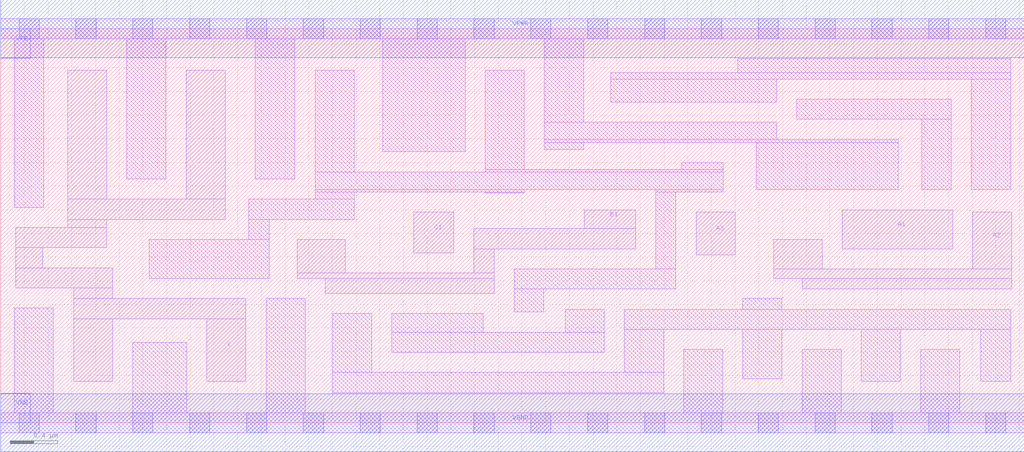
<source format=lef>
# Copyright 2020 The SkyWater PDK Authors
#
# Licensed under the Apache License, Version 2.0 (the "License");
# you may not use this file except in compliance with the License.
# You may obtain a copy of the License at
#
#     https://www.apache.org/licenses/LICENSE-2.0
#
# Unless required by applicable law or agreed to in writing, software
# distributed under the License is distributed on an "AS IS" BASIS,
# WITHOUT WARRANTIES OR CONDITIONS OF ANY KIND, either express or implied.
# See the License for the specific language governing permissions and
# limitations under the License.
#
# SPDX-License-Identifier: Apache-2.0

VERSION 5.5 ;
NAMESCASESENSITIVE ON ;
BUSBITCHARS "[]" ;
DIVIDERCHAR "/" ;
MACRO sky130_fd_sc_ms__o311a_4
  CLASS CORE ;
  SOURCE USER ;
  ORIGIN  0.000000  0.000000 ;
  SIZE  8.640000 BY  3.330000 ;
  SYMMETRY X Y ;
  SITE unit ;
  PIN A1
    ANTENNAGATEAREA  0.492000 ;
    DIRECTION INPUT ;
    USE SIGNAL ;
    PORT
      LAYER li1 ;
        RECT 7.105000 1.470000 8.035000 1.800000 ;
    END
  END A1
  PIN A2
    ANTENNAGATEAREA  0.492000 ;
    DIRECTION INPUT ;
    USE SIGNAL ;
    PORT
      LAYER li1 ;
        RECT 6.525000 1.220000 8.535000 1.300000 ;
        RECT 6.525000 1.300000 6.935000 1.550000 ;
        RECT 6.765000 1.130000 8.535000 1.220000 ;
        RECT 8.205000 1.300000 8.535000 1.780000 ;
    END
  END A2
  PIN A3
    ANTENNAGATEAREA  0.492000 ;
    DIRECTION INPUT ;
    USE SIGNAL ;
    PORT
      LAYER li1 ;
        RECT 5.870000 1.420000 6.200000 1.780000 ;
    END
  END A3
  PIN B1
    ANTENNAGATEAREA  0.492000 ;
    DIRECTION INPUT ;
    USE SIGNAL ;
    PORT
      LAYER li1 ;
        RECT 2.505000 1.220000 4.165000 1.265000 ;
        RECT 2.505000 1.265000 2.910000 1.550000 ;
        RECT 2.740000 1.095000 4.165000 1.220000 ;
        RECT 3.995000 1.265000 4.165000 1.470000 ;
        RECT 3.995000 1.470000 5.360000 1.640000 ;
        RECT 4.925000 1.640000 5.360000 1.800000 ;
    END
  END B1
  PIN C1
    ANTENNAGATEAREA  0.492000 ;
    DIRECTION INPUT ;
    USE SIGNAL ;
    PORT
      LAYER li1 ;
        RECT 3.485000 1.435000 3.825000 1.780000 ;
    END
  END C1
  PIN X
    ANTENNADIFFAREA  1.345400 ;
    DIRECTION OUTPUT ;
    USE SIGNAL ;
    PORT
      LAYER li1 ;
        RECT 0.125000 1.140000 0.945000 1.310000 ;
        RECT 0.125000 1.310000 0.355000 1.480000 ;
        RECT 0.125000 1.480000 0.895000 1.650000 ;
        RECT 0.565000 1.650000 0.895000 1.720000 ;
        RECT 0.565000 1.720000 1.895000 1.890000 ;
        RECT 0.565000 1.890000 0.895000 2.980000 ;
        RECT 0.615000 0.350000 0.945000 0.880000 ;
        RECT 0.615000 0.880000 2.070000 1.050000 ;
        RECT 0.615000 1.050000 0.945000 1.140000 ;
        RECT 1.565000 1.890000 1.895000 2.980000 ;
        RECT 1.740000 0.350000 2.070000 0.880000 ;
    END
  END X
  PIN VGND
    DIRECTION INOUT ;
    USE GROUND ;
    PORT
      LAYER met1 ;
        RECT 0.000000 -0.245000 8.640000 0.245000 ;
    END
  END VGND
  PIN VNB
    DIRECTION INOUT ;
    USE GROUND ;
    PORT
    END
  END VNB
  PIN VPB
    DIRECTION INOUT ;
    USE POWER ;
    PORT
    END
  END VPB
  PIN VNB
    DIRECTION INOUT ;
    USE GROUND ;
    PORT
      LAYER met1 ;
        RECT 0.000000 0.000000 0.250000 0.250000 ;
    END
  END VNB
  PIN VPB
    DIRECTION INOUT ;
    USE POWER ;
    PORT
      LAYER met1 ;
        RECT 0.000000 3.080000 0.250000 3.330000 ;
    END
  END VPB
  PIN VPWR
    DIRECTION INOUT ;
    USE POWER ;
    PORT
      LAYER met1 ;
        RECT 0.000000 3.085000 8.640000 3.575000 ;
    END
  END VPWR
  OBS
    LAYER li1 ;
      RECT 0.000000 -0.085000 8.640000 0.085000 ;
      RECT 0.000000  3.245000 8.640000 3.415000 ;
      RECT 0.115000  0.085000 0.445000 0.970000 ;
      RECT 0.115000  1.820000 0.365000 3.245000 ;
      RECT 1.065000  2.060000 1.395000 3.245000 ;
      RECT 1.115000  0.085000 1.570000 0.680000 ;
      RECT 1.255000  1.220000 2.265000 1.550000 ;
      RECT 2.095000  1.550000 2.265000 1.720000 ;
      RECT 2.095000  1.720000 2.985000 1.890000 ;
      RECT 2.150000  2.060000 2.480000 3.245000 ;
      RECT 2.240000  0.085000 2.570000 1.050000 ;
      RECT 2.655000  1.890000 2.985000 1.950000 ;
      RECT 2.655000  1.950000 4.420000 1.970000 ;
      RECT 2.655000  1.970000 6.100000 2.120000 ;
      RECT 2.655000  2.120000 2.985000 2.980000 ;
      RECT 2.800000  0.255000 5.595000 0.425000 ;
      RECT 2.800000  0.425000 3.130000 0.925000 ;
      RECT 3.225000  2.290000 3.920000 3.245000 ;
      RECT 3.300000  0.595000 5.095000 0.765000 ;
      RECT 3.300000  0.765000 4.075000 0.925000 ;
      RECT 4.090000  1.940000 4.420000 1.950000 ;
      RECT 4.090000  2.120000 6.100000 2.140000 ;
      RECT 4.090000  2.140000 4.420000 2.980000 ;
      RECT 4.335000  0.935000 4.585000 1.130000 ;
      RECT 4.335000  1.130000 5.700000 1.300000 ;
      RECT 4.590000  2.310000 4.920000 2.370000 ;
      RECT 4.590000  2.370000 7.575000 2.395000 ;
      RECT 4.590000  2.395000 6.550000 2.540000 ;
      RECT 4.590000  2.540000 4.920000 3.245000 ;
      RECT 4.765000  0.765000 5.095000 0.960000 ;
      RECT 5.150000  2.710000 6.550000 2.905000 ;
      RECT 5.150000  2.905000 8.525000 2.960000 ;
      RECT 5.265000  0.425000 5.595000 0.790000 ;
      RECT 5.265000  0.790000 8.525000 0.960000 ;
      RECT 5.530000  1.300000 5.700000 1.950000 ;
      RECT 5.530000  1.950000 6.100000 1.970000 ;
      RECT 5.750000  2.140000 6.100000 2.200000 ;
      RECT 5.765000  0.085000 6.095000 0.620000 ;
      RECT 6.220000  2.960000 8.525000 3.075000 ;
      RECT 6.265000  0.370000 6.595000 0.790000 ;
      RECT 6.265000  0.960000 6.595000 1.050000 ;
      RECT 6.380000  1.970000 7.575000 2.370000 ;
      RECT 6.720000  2.565000 8.025000 2.735000 ;
      RECT 6.765000  0.085000 7.095000 0.620000 ;
      RECT 7.265000  0.350000 7.595000 0.790000 ;
      RECT 7.765000  0.085000 8.095000 0.620000 ;
      RECT 7.775000  1.970000 8.025000 2.565000 ;
      RECT 8.195000  1.970000 8.525000 2.905000 ;
      RECT 8.275000  0.350000 8.525000 0.790000 ;
    LAYER mcon ;
      RECT 0.155000 -0.085000 0.325000 0.085000 ;
      RECT 0.155000  3.245000 0.325000 3.415000 ;
      RECT 0.635000 -0.085000 0.805000 0.085000 ;
      RECT 0.635000  3.245000 0.805000 3.415000 ;
      RECT 1.115000 -0.085000 1.285000 0.085000 ;
      RECT 1.115000  3.245000 1.285000 3.415000 ;
      RECT 1.595000 -0.085000 1.765000 0.085000 ;
      RECT 1.595000  3.245000 1.765000 3.415000 ;
      RECT 2.075000 -0.085000 2.245000 0.085000 ;
      RECT 2.075000  3.245000 2.245000 3.415000 ;
      RECT 2.555000 -0.085000 2.725000 0.085000 ;
      RECT 2.555000  3.245000 2.725000 3.415000 ;
      RECT 3.035000 -0.085000 3.205000 0.085000 ;
      RECT 3.035000  3.245000 3.205000 3.415000 ;
      RECT 3.515000 -0.085000 3.685000 0.085000 ;
      RECT 3.515000  3.245000 3.685000 3.415000 ;
      RECT 3.995000 -0.085000 4.165000 0.085000 ;
      RECT 3.995000  3.245000 4.165000 3.415000 ;
      RECT 4.475000 -0.085000 4.645000 0.085000 ;
      RECT 4.475000  3.245000 4.645000 3.415000 ;
      RECT 4.955000 -0.085000 5.125000 0.085000 ;
      RECT 4.955000  3.245000 5.125000 3.415000 ;
      RECT 5.435000 -0.085000 5.605000 0.085000 ;
      RECT 5.435000  3.245000 5.605000 3.415000 ;
      RECT 5.915000 -0.085000 6.085000 0.085000 ;
      RECT 5.915000  3.245000 6.085000 3.415000 ;
      RECT 6.395000 -0.085000 6.565000 0.085000 ;
      RECT 6.395000  3.245000 6.565000 3.415000 ;
      RECT 6.875000 -0.085000 7.045000 0.085000 ;
      RECT 6.875000  3.245000 7.045000 3.415000 ;
      RECT 7.355000 -0.085000 7.525000 0.085000 ;
      RECT 7.355000  3.245000 7.525000 3.415000 ;
      RECT 7.835000 -0.085000 8.005000 0.085000 ;
      RECT 7.835000  3.245000 8.005000 3.415000 ;
      RECT 8.315000 -0.085000 8.485000 0.085000 ;
      RECT 8.315000  3.245000 8.485000 3.415000 ;
  END
END sky130_fd_sc_ms__o311a_4
END LIBRARY

</source>
